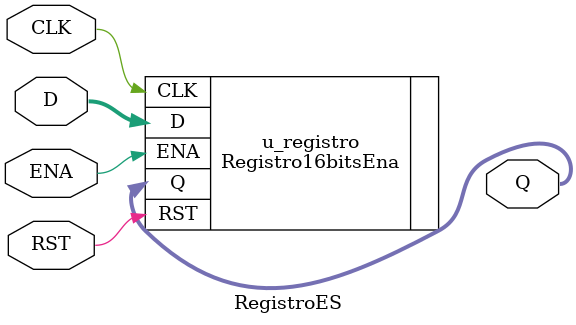
<source format=v>


module RegistroES (
    input CLK, RST, ENA,
    input [15:0] D,
    output [15:0] Q
);
    Registro16bitsEna #(.RESET_VALUE(16'h0000)) u_registro (
        .CLK(CLK),
        .RST(RST),
        .ENA(ENA),
        .D(D),
        .Q(Q)
    );
endmodule

</source>
